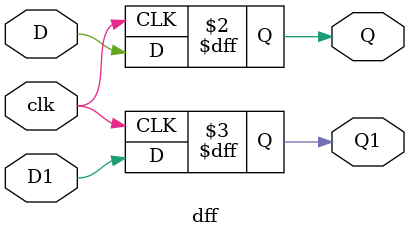
<source format=v>
module dff(input D,input D1,input clk,output reg Q,output reg Q1); 
always @(posedge clk) 
begin
 Q <= D; 
 Q1<= D1;
end 
endmodule 
</source>
